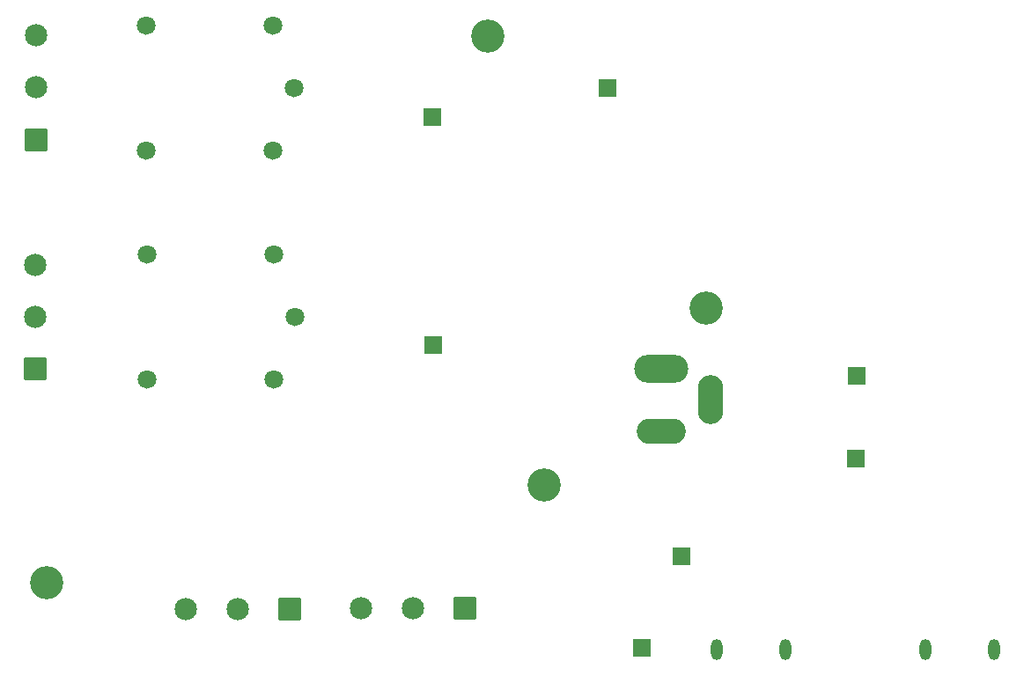
<source format=gbr>
%TF.GenerationSoftware,KiCad,Pcbnew,7.0.9*%
%TF.CreationDate,2024-04-07T16:06:58-05:00*%
%TF.ProjectId,Humidifier Subsystem,48756d69-6469-4666-9965-722053756273,rev?*%
%TF.SameCoordinates,Original*%
%TF.FileFunction,Soldermask,Bot*%
%TF.FilePolarity,Negative*%
%FSLAX46Y46*%
G04 Gerber Fmt 4.6, Leading zero omitted, Abs format (unit mm)*
G04 Created by KiCad (PCBNEW 7.0.9) date 2024-04-07 16:06:58*
%MOMM*%
%LPD*%
G01*
G04 APERTURE LIST*
G04 Aperture macros list*
%AMRoundRect*
0 Rectangle with rounded corners*
0 $1 Rounding radius*
0 $2 $3 $4 $5 $6 $7 $8 $9 X,Y pos of 4 corners*
0 Add a 4 corners polygon primitive as box body*
4,1,4,$2,$3,$4,$5,$6,$7,$8,$9,$2,$3,0*
0 Add four circle primitives for the rounded corners*
1,1,$1+$1,$2,$3*
1,1,$1+$1,$4,$5*
1,1,$1+$1,$6,$7*
1,1,$1+$1,$8,$9*
0 Add four rect primitives between the rounded corners*
20,1,$1+$1,$2,$3,$4,$5,0*
20,1,$1+$1,$4,$5,$6,$7,0*
20,1,$1+$1,$6,$7,$8,$9,0*
20,1,$1+$1,$8,$9,$2,$3,0*%
G04 Aperture macros list end*
%ADD10RoundRect,0.102000X0.975000X0.975000X-0.975000X0.975000X-0.975000X-0.975000X0.975000X-0.975000X0*%
%ADD11C,2.154000*%
%ADD12R,1.700000X1.700000*%
%ADD13C,1.808000*%
%ADD14O,5.204000X2.704000*%
%ADD15O,4.704000X2.454000*%
%ADD16O,2.454000X4.704000*%
%ADD17O,1.104000X2.004000*%
%ADD18C,3.200000*%
%ADD19RoundRect,0.102000X0.975000X-0.975000X0.975000X0.975000X-0.975000X0.975000X-0.975000X-0.975000X0*%
G04 APERTURE END LIST*
D10*
%TO.C,J4*%
X89400000Y-119400000D03*
D11*
X84400000Y-119400000D03*
X79400000Y-119400000D03*
%TD*%
D12*
%TO.C,J25*%
X127000000Y-105000000D03*
%TD*%
D10*
%TO.C,J5*%
X72547500Y-119500000D03*
D11*
X67547500Y-119500000D03*
X62547500Y-119500000D03*
%TD*%
D13*
%TO.C,K1*%
X73032651Y-91435000D03*
X71032653Y-85435000D03*
X58832653Y-85435000D03*
X58832653Y-97434998D03*
X71032653Y-97434998D03*
%TD*%
D14*
%TO.C,J1*%
X108325000Y-96375000D03*
D15*
X108325000Y-102375000D03*
D16*
X113025000Y-99375000D03*
%TD*%
D17*
%TO.C,J2*%
X133700000Y-123400000D03*
X140300000Y-123400000D03*
%TD*%
D12*
%TO.C,J14*%
X86400000Y-94100000D03*
%TD*%
%TO.C,J8*%
X110200000Y-114400000D03*
%TD*%
D18*
%TO.C,H4*%
X97000000Y-107600000D03*
%TD*%
D17*
%TO.C,J3*%
X113600000Y-123400000D03*
X120200000Y-123400000D03*
%TD*%
D12*
%TO.C,J11*%
X106400000Y-123200000D03*
%TD*%
%TO.C,J24*%
X127100000Y-97100000D03*
%TD*%
D19*
%TO.C,J6*%
X48132654Y-96435001D03*
D11*
X48132654Y-91435001D03*
X48132654Y-86435001D03*
%TD*%
D19*
%TO.C,J7*%
X48150002Y-74347500D03*
D11*
X48150002Y-69347500D03*
X48150002Y-64347500D03*
%TD*%
D13*
%TO.C,K2*%
X72950000Y-69400000D03*
X70950002Y-63400000D03*
X58750002Y-63400000D03*
X58750002Y-75399998D03*
X70950002Y-75399998D03*
%TD*%
D18*
%TO.C,H2*%
X49200000Y-117000000D03*
%TD*%
%TO.C,H1*%
X91600000Y-64400000D03*
%TD*%
D12*
%TO.C,J15*%
X86300000Y-72200000D03*
%TD*%
%TO.C,J12*%
X103100000Y-69400000D03*
%TD*%
D18*
%TO.C,H3*%
X112600000Y-90600000D03*
%TD*%
M02*

</source>
